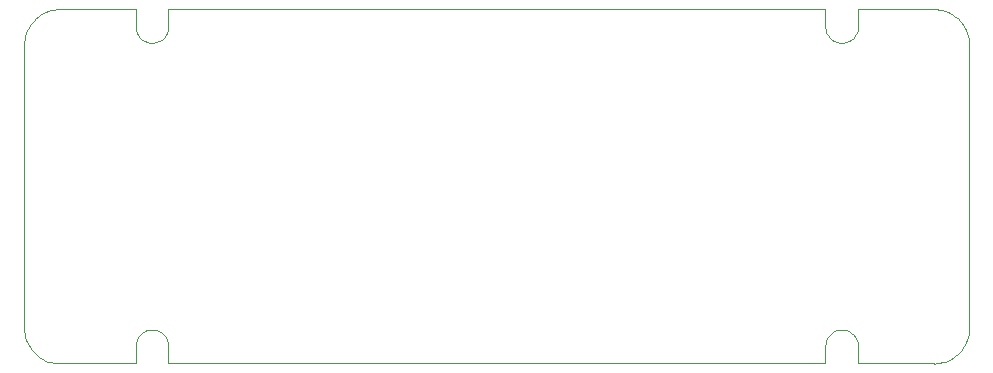
<source format=gm1>
G04*
G04 #@! TF.GenerationSoftware,Altium Limited,Altium Designer,21.6.4 (81)*
G04*
G04 Layer_Color=16711935*
%FSLAX44Y44*%
%MOMM*%
G71*
G04*
G04 #@! TF.SameCoordinates,F86692EB-C332-45F3-9BF4-4BC724F80BFF*
G04*
G04*
G04 #@! TF.FilePolarity,Positive*
G04*
G01*
G75*
%ADD127C,0.1000*%
D127*
X399912Y29988D02*
X399809Y32465D01*
X399503Y34925D01*
X398994Y37352D01*
X398286Y39729D01*
X397385Y42038D01*
X396296Y44266D01*
X395027Y46396D01*
X393586Y48414D01*
X391983Y50306D01*
X390230Y52059D01*
X388338Y53662D01*
X386320Y55103D01*
X384190Y56372D01*
X381963Y57461D01*
X379653Y58362D01*
X377276Y59070D01*
X374850Y59578D01*
X372389Y59885D01*
X369912Y59988D01*
X370000Y-240056D02*
X372477Y-239953D01*
X374938Y-239647D01*
X377365Y-239138D01*
X379741Y-238430D01*
X382051Y-237529D01*
X384278Y-236440D01*
X386408Y-235171D01*
X388426Y-233730D01*
X390318Y-232127D01*
X392072Y-230374D01*
X393674Y-228482D01*
X395115Y-226464D01*
X396384Y-224334D01*
X397473Y-222107D01*
X398374Y-219797D01*
X399082Y-217420D01*
X399591Y-214994D01*
X399897Y-212533D01*
X400000Y-210056D01*
X-369912Y60010D02*
X-372389Y59908D01*
X-374850Y59601D01*
X-377276Y59092D01*
X-379653Y58385D01*
X-381963Y57484D01*
X-384190Y56395D01*
X-386320Y55125D01*
X-388338Y53685D01*
X-390230Y52082D01*
X-391983Y50329D01*
X-393586Y48437D01*
X-395027Y46419D01*
X-396296Y44289D01*
X-397385Y42061D01*
X-398286Y39751D01*
X-398994Y37375D01*
X-399503Y34948D01*
X-399809Y32488D01*
X-399912Y30010D01*
X-400000Y-210033D02*
X-399897Y-212510D01*
X-399591Y-214971D01*
X-399082Y-217398D01*
X-398374Y-219774D01*
X-397473Y-222084D01*
X-396384Y-224311D01*
X-395115Y-226441D01*
X-393674Y-228459D01*
X-392072Y-230351D01*
X-390318Y-232105D01*
X-388426Y-233707D01*
X-386408Y-235148D01*
X-384278Y-236417D01*
X-382051Y-237506D01*
X-379741Y-238407D01*
X-377365Y-239115D01*
X-374938Y-239624D01*
X-372477Y-239930D01*
X-370000Y-240033D01*
X305750Y-225045D02*
X305516Y-222519D01*
X304821Y-220078D01*
X303690Y-217807D01*
X302161Y-215782D01*
X300286Y-214073D01*
X298129Y-212737D01*
X295763Y-211820D01*
X293269Y-211354D01*
X290731D01*
X288237Y-211820D01*
X285871Y-212737D01*
X283714Y-214073D01*
X281839Y-215782D01*
X280310Y-217807D01*
X279179Y-220078D01*
X278484Y-222519D01*
X278250Y-225045D01*
X-278250Y-225023D02*
X-278484Y-222496D01*
X-279179Y-220056D01*
X-280310Y-217784D01*
X-281839Y-215759D01*
X-283714Y-214050D01*
X-285871Y-212714D01*
X-288237Y-211797D01*
X-290731Y-211331D01*
X-293269D01*
X-295763Y-211797D01*
X-298129Y-212714D01*
X-300286Y-214050D01*
X-302161Y-215759D01*
X-303690Y-217784D01*
X-304821Y-220056D01*
X-305516Y-222496D01*
X-305750Y-225023D01*
X278250Y44990D02*
X278484Y42463D01*
X279179Y40023D01*
X280310Y37751D01*
X281839Y35726D01*
X283714Y34017D01*
X285871Y32681D01*
X288237Y31765D01*
X290731Y31298D01*
X293269D01*
X295763Y31765D01*
X298129Y32681D01*
X300286Y34017D01*
X302161Y35726D01*
X303690Y37751D01*
X304821Y40023D01*
X305516Y42463D01*
X305750Y44990D01*
X-305750Y45000D02*
X-305516Y42473D01*
X-304821Y40033D01*
X-303690Y37762D01*
X-302161Y35737D01*
X-300286Y34027D01*
X-298129Y32692D01*
X-295763Y31775D01*
X-293269Y31309D01*
X-290731D01*
X-288237Y31775D01*
X-285871Y32692D01*
X-283714Y34027D01*
X-281839Y35737D01*
X-280310Y37762D01*
X-279179Y40033D01*
X-278484Y42473D01*
X-278250Y45000D01*
X-370000Y-240023D02*
X-305750D01*
X305750Y-240045D02*
X370000D01*
X278250D02*
Y-225045D01*
X305750Y-240045D02*
Y-225045D01*
X-278250Y-240023D02*
Y-225023D01*
X-305750Y-240023D02*
Y-225023D01*
X278250Y44990D02*
Y59990D01*
X305750Y44990D02*
Y59990D01*
X-278250Y60000D02*
X278250Y60000D01*
X305750D02*
X369912D01*
X400000Y-210056D02*
Y30000D01*
X-369912Y60000D02*
X-305750D01*
Y45000D02*
Y60000D01*
X-278250Y45000D02*
Y60000D01*
X-400000Y-210033D02*
Y30010D01*
X-278250Y-239988D02*
X278250Y-240002D01*
M02*

</source>
